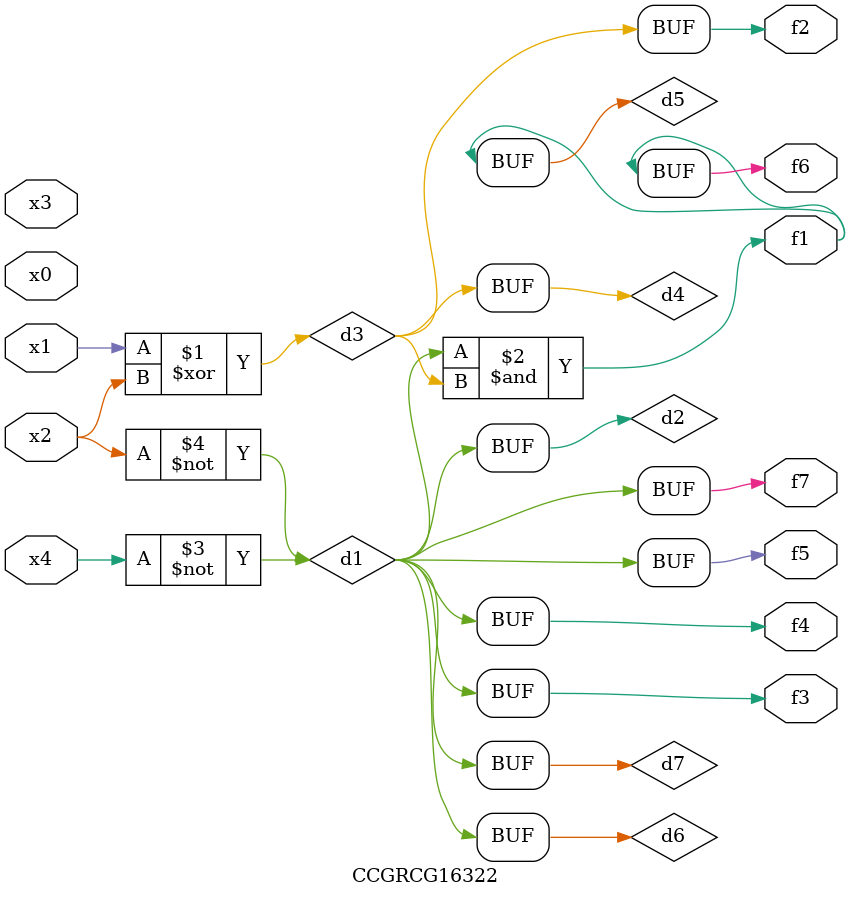
<source format=v>
module CCGRCG16322(
	input x0, x1, x2, x3, x4,
	output f1, f2, f3, f4, f5, f6, f7
);

	wire d1, d2, d3, d4, d5, d6, d7;

	not (d1, x4);
	not (d2, x2);
	xor (d3, x1, x2);
	buf (d4, d3);
	and (d5, d1, d3);
	buf (d6, d1, d2);
	buf (d7, d2);
	assign f1 = d5;
	assign f2 = d4;
	assign f3 = d7;
	assign f4 = d7;
	assign f5 = d7;
	assign f6 = d5;
	assign f7 = d7;
endmodule

</source>
